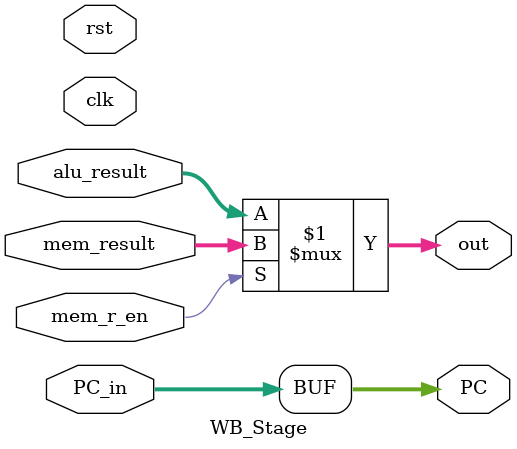
<source format=v>
module WB_Stage(
	input clk, rst,
	input[31:0] PC_in,
	output [31:0] PC,

	input mem_r_en,
	input [31:0] alu_result,
	input [31:0] mem_result,
	output [31:0] out
);
	assign PC = PC_in;
	assign out = mem_r_en ? mem_result : alu_result;
endmodule 
</source>
